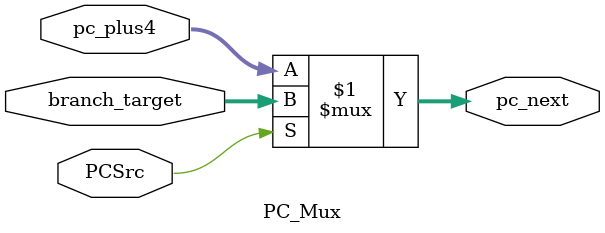
<source format=v>
`timescale 1ps/1ps

module PC (
    input  wire        clk,
    input  wire        reset,
    input  wire [31:0] pc_next,
    output reg  [31:0] pc_out
);

    localparam PC_RESET = 32'h0000_0000;

    always @(posedge clk or posedge reset) begin
        if (reset)
            pc_out <= PC_RESET;
        else
            pc_out <= pc_next;
    end

endmodule

module PC_Plus4 (
    input  wire [31:0] pc,
    output wire [31:0] pc_plus4
);
    assign pc_plus4 = pc + 32'd4;
endmodule

module Branch_Adder (
    input  wire [31:0] pc_plus4,
    input  wire [31:0] imm_shifted,
    output wire [31:0] branch_target
);
    assign branch_target = pc_plus4 + imm_shifted;
endmodule

module PC_Mux (
    input  wire [31:0] pc_plus4,
    input  wire [31:0] branch_target,
    input  wire        PCSrc,
    output wire [31:0] pc_next
);
    assign pc_next = PCSrc ? branch_target : pc_plus4;
endmodule
</source>
